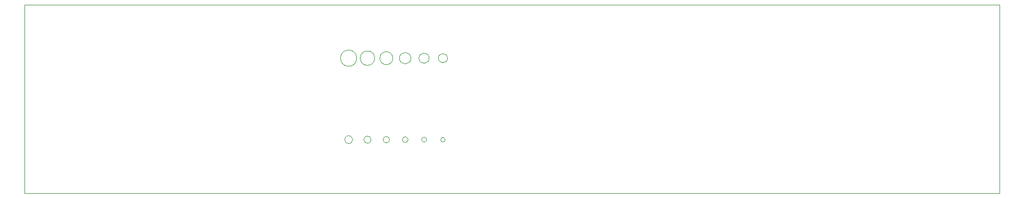
<source format=gbr>
%TF.GenerationSoftware,KiCad,Pcbnew,8.0.2*%
%TF.CreationDate,2024-06-03T00:30:19+01:00*%
%TF.ProjectId,Ruler_V2_KiCad,52756c65-725f-4563-925f-4b694361642e,rev?*%
%TF.SameCoordinates,Original*%
%TF.FileFunction,Profile,NP*%
%FSLAX46Y46*%
G04 Gerber Fmt 4.6, Leading zero omitted, Abs format (unit mm)*
G04 Created by KiCad (PCBNEW 8.0.2) date 2024-06-03 00:30:19*
%MOMM*%
%LPD*%
G01*
G04 APERTURE LIST*
%TA.AperFunction,Profile*%
%ADD10C,0.100000*%
%TD*%
G04 APERTURE END LIST*
D10*
X127145500Y-106500000D02*
G75*
G02*
X125854500Y-106500000I-645500J0D01*
G01*
X125854500Y-106500000D02*
G75*
G02*
X127145500Y-106500000I645500J0D01*
G01*
X141861500Y-106500000D02*
G75*
G02*
X141138500Y-106500000I-361500J0D01*
G01*
X141138500Y-106500000D02*
G75*
G02*
X141861500Y-106500000I361500J0D01*
G01*
X136414000Y-93500000D02*
G75*
G02*
X134586000Y-93500000I-914000J0D01*
G01*
X134586000Y-93500000D02*
G75*
G02*
X136414000Y-93500000I914000J0D01*
G01*
X142225000Y-93500000D02*
G75*
G02*
X140775000Y-93500000I-725000J0D01*
G01*
X140775000Y-93500000D02*
G75*
G02*
X142225000Y-93500000I725000J0D01*
G01*
X127794000Y-93500000D02*
G75*
G02*
X125206000Y-93500000I-1294000J0D01*
G01*
X125206000Y-93500000D02*
G75*
G02*
X127794000Y-93500000I1294000J0D01*
G01*
X75000000Y-85000000D02*
X230000000Y-85000000D01*
X230000000Y-115000000D01*
X75000000Y-115000000D01*
X75000000Y-85000000D01*
X130652500Y-93500000D02*
G75*
G02*
X128347500Y-93500000I-1152500J0D01*
G01*
X128347500Y-93500000D02*
G75*
G02*
X130652500Y-93500000I1152500J0D01*
G01*
X138906000Y-106500000D02*
G75*
G02*
X138094000Y-106500000I-406000J0D01*
G01*
X138094000Y-106500000D02*
G75*
G02*
X138906000Y-106500000I406000J0D01*
G01*
X135956000Y-106500000D02*
G75*
G02*
X135044000Y-106500000I-456000J0D01*
G01*
X135044000Y-106500000D02*
G75*
G02*
X135956000Y-106500000I456000J0D01*
G01*
X130075000Y-106500000D02*
G75*
G02*
X128925000Y-106500000I-575000J0D01*
G01*
X128925000Y-106500000D02*
G75*
G02*
X130075000Y-106500000I575000J0D01*
G01*
X133526500Y-93500000D02*
G75*
G02*
X131473500Y-93500000I-1026500J0D01*
G01*
X131473500Y-93500000D02*
G75*
G02*
X133526500Y-93500000I1026500J0D01*
G01*
X139314000Y-93500000D02*
G75*
G02*
X137686000Y-93500000I-814000J0D01*
G01*
X137686000Y-93500000D02*
G75*
G02*
X139314000Y-93500000I814000J0D01*
G01*
X133012000Y-106500000D02*
G75*
G02*
X131988000Y-106500000I-512000J0D01*
G01*
X131988000Y-106500000D02*
G75*
G02*
X133012000Y-106500000I512000J0D01*
G01*
M02*

</source>
